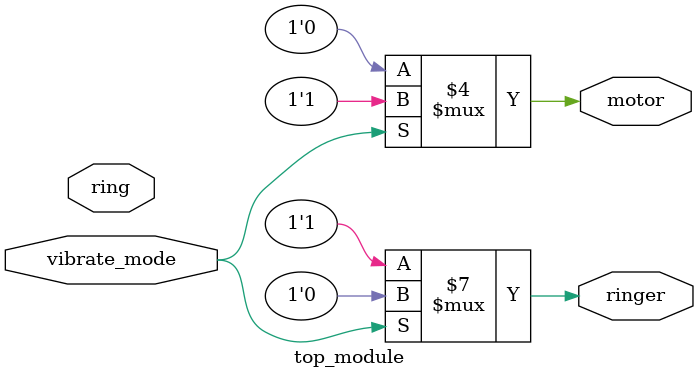
<source format=sv>
module top_module(
    input ring,
    input vibrate_mode,
    output ringer,
    output motor
);

    reg ringer;
    reg motor;

    always @(*) begin
        if (vibrate_mode == 1) begin
            ringer <= 0;
            motor <= 1;
        end else begin
            ringer <= 1;
            motor <= 0;
        end
    end

endmodule

</source>
